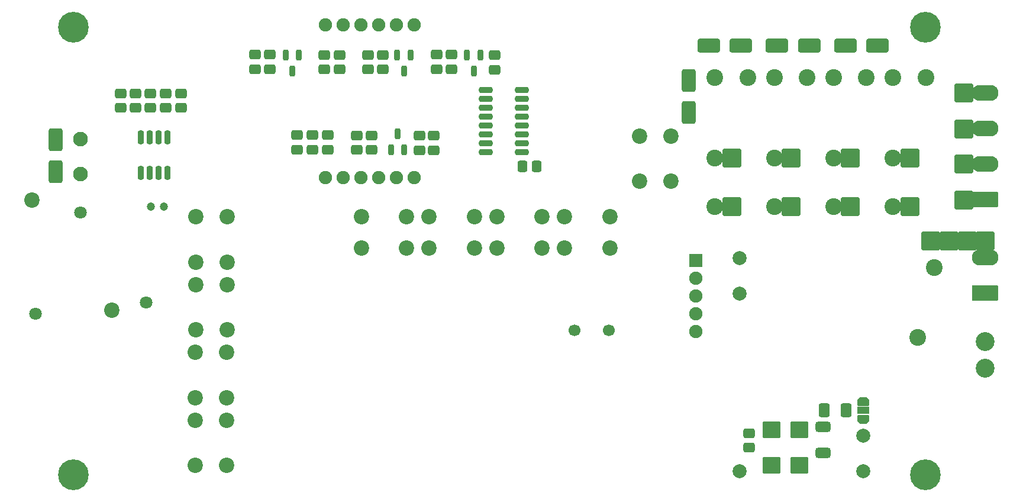
<source format=gbs>
%TF.GenerationSoftware,KiCad,Pcbnew,8.0.1*%
%TF.CreationDate,2025-05-08T07:16:34+02:00*%
%TF.ProjectId,prj-gardmer-mb-v2,70726a2d-6761-4726-946d-65722d6d622d,rev?*%
%TF.SameCoordinates,PX4fa1be0PY7872f60*%
%TF.FileFunction,Soldermask,Bot*%
%TF.FilePolarity,Negative*%
%FSLAX46Y46*%
G04 Gerber Fmt 4.6, Leading zero omitted, Abs format (unit mm)*
G04 Created by KiCad (PCBNEW 8.0.1) date 2025-05-08 07:16:34*
%MOMM*%
%LPD*%
G01*
G04 APERTURE LIST*
G04 Aperture macros list*
%AMRoundRect*
0 Rectangle with rounded corners*
0 $1 Rounding radius*
0 $2 $3 $4 $5 $6 $7 $8 $9 X,Y pos of 4 corners*
0 Add a 4 corners polygon primitive as box body*
4,1,4,$2,$3,$4,$5,$6,$7,$8,$9,$2,$3,0*
0 Add four circle primitives for the rounded corners*
1,1,$1+$1,$2,$3*
1,1,$1+$1,$4,$5*
1,1,$1+$1,$6,$7*
1,1,$1+$1,$8,$9*
0 Add four rect primitives between the rounded corners*
20,1,$1+$1,$2,$3,$4,$5,0*
20,1,$1+$1,$4,$5,$6,$7,0*
20,1,$1+$1,$6,$7,$8,$9,0*
20,1,$1+$1,$8,$9,$2,$3,0*%
%AMFreePoly0*
4,1,38,0.608779,0.830902,0.645106,0.780902,0.650000,0.750000,0.650000,-0.750000,0.630902,-0.808779,0.580902,-0.845106,0.550000,-0.850000,0.000000,-0.850000,-0.015663,-0.844911,-0.071157,-0.844911,-0.099330,-0.840860,-0.235881,-0.800765,-0.261772,-0.788941,-0.381494,-0.712000,-0.403005,-0.693361,-0.496202,-0.585806,-0.511590,-0.561861,-0.570709,-0.432407,-0.578728,-0.405098,-0.598982,-0.264232,
-0.600000,-0.250000,-0.600000,0.250000,-0.598982,0.264232,-0.578728,0.405098,-0.570709,0.432407,-0.511590,0.561861,-0.496202,0.585806,-0.403005,0.693361,-0.381494,0.712000,-0.261772,0.788941,-0.235881,0.800765,-0.099330,0.840860,-0.071157,0.844911,-0.031170,0.844911,-0.030902,0.845106,0.000000,0.850000,0.550000,0.850000,0.608779,0.830902,0.608779,0.830902,$1*%
%AMFreePoly1*
4,1,38,0.015663,0.844911,0.071157,0.844911,0.099330,0.840860,0.235881,0.800765,0.261772,0.788941,0.381494,0.712000,0.403005,0.693361,0.496202,0.585806,0.511590,0.561861,0.570709,0.432407,0.578728,0.405098,0.598982,0.264232,0.600000,0.250000,0.600000,-0.250000,0.598982,-0.264232,0.578728,-0.405098,0.570709,-0.432407,0.511590,-0.561861,0.496202,-0.585806,0.403005,-0.693361,
0.381494,-0.712000,0.261772,-0.788941,0.235881,-0.800765,0.099330,-0.840860,0.071157,-0.844911,0.031170,-0.844911,0.030902,-0.845106,0.000000,-0.850000,-0.550000,-0.850000,-0.608779,-0.830902,-0.645106,-0.780902,-0.650000,-0.750000,-0.650000,0.750000,-0.630902,0.808779,-0.580902,0.845106,-0.550000,0.850000,0.000000,0.850000,0.015663,0.844911,0.015663,0.844911,$1*%
G04 Aperture macros list end*
%ADD10C,2.200000*%
%ADD11RoundRect,0.274038X1.625962X-0.865962X1.625962X0.865962X-1.625962X0.865962X-1.625962X-0.865962X0*%
%ADD12O,3.800000X2.280000*%
%ADD13C,2.400000*%
%ADD14C,1.800000*%
%ADD15RoundRect,0.100000X-0.850000X-0.850000X0.850000X-0.850000X0.850000X0.850000X-0.850000X0.850000X0*%
%ADD16O,1.900000X1.900000*%
%ADD17C,1.700000*%
%ADD18C,4.400000*%
%ADD19C,2.100000*%
%ADD20C,1.900000*%
%ADD21C,2.700000*%
%ADD22C,2.000000*%
%ADD23RoundRect,0.270000X1.080000X1.080000X-1.080000X1.080000X-1.080000X-1.080000X1.080000X-1.080000X0*%
%ADD24RoundRect,0.292553X0.532447X-0.394947X0.532447X0.394947X-0.532447X0.394947X-0.532447X-0.394947X0*%
%ADD25RoundRect,0.200000X0.200000X-0.562500X0.200000X0.562500X-0.200000X0.562500X-0.200000X-0.562500X0*%
%ADD26RoundRect,0.292553X-0.394947X-0.532447X0.394947X-0.532447X0.394947X0.532447X-0.394947X0.532447X0*%
%ADD27FreePoly0,270.000000*%
%ADD28RoundRect,0.100000X-0.750000X0.425000X-0.750000X-0.425000X0.750000X-0.425000X0.750000X0.425000X0*%
%ADD29FreePoly1,270.000000*%
%ADD30RoundRect,0.292553X-0.532447X0.394947X-0.532447X-0.394947X0.532447X-0.394947X0.532447X0.394947X0*%
%ADD31RoundRect,0.200000X0.200000X-0.775000X0.200000X0.775000X-0.200000X0.775000X-0.200000X-0.775000X0*%
%ADD32RoundRect,0.277778X0.722222X-1.322222X0.722222X1.322222X-0.722222X1.322222X-0.722222X-1.322222X0*%
%ADD33RoundRect,0.200000X-0.200000X0.562500X-0.200000X-0.562500X0.200000X-0.562500X0.200000X0.562500X0*%
%ADD34RoundRect,0.287735X0.474765X0.712265X-0.474765X0.712265X-0.474765X-0.712265X0.474765X-0.712265X0*%
%ADD35RoundRect,0.277778X-1.322222X-0.722222X1.322222X-0.722222X1.322222X0.722222X-1.322222X0.722222X0*%
%ADD36RoundRect,0.272222X-1.002778X0.952778X-1.002778X-0.952778X1.002778X-0.952778X1.002778X0.952778X0*%
%ADD37RoundRect,0.277778X-0.722222X1.322222X-0.722222X-1.322222X0.722222X-1.322222X0.722222X1.322222X0*%
%ADD38C,1.200000*%
%ADD39RoundRect,0.362500X-0.737500X0.362500X-0.737500X-0.362500X0.737500X-0.362500X0.737500X0.362500X0*%
%ADD40RoundRect,0.200000X-0.775000X-0.200000X0.775000X-0.200000X0.775000X0.200000X-0.775000X0.200000X0*%
G04 APERTURE END LIST*
D10*
%TO.C,SW5*%
X64600000Y40400000D03*
X71100000Y40400000D03*
X64600000Y35900000D03*
X71100000Y35900000D03*
%TD*%
%TO.C,SW7*%
X21500000Y24200000D03*
X21500000Y30700000D03*
X26000000Y24200000D03*
X26000000Y30700000D03*
%TD*%
D11*
%TO.C,J2*%
X134500000Y29450000D03*
D12*
X134500000Y34530000D03*
%TD*%
D13*
%TO.C,K4*%
X100500000Y60300000D03*
X95800000Y60300000D03*
X95800000Y48800000D03*
X95800000Y41800000D03*
%TD*%
D14*
%TO.C,BT1*%
X14394371Y28122127D03*
X-1402505Y26471765D03*
X5048585Y40985497D03*
D10*
X-1905712Y42731279D03*
X9526712Y26995898D03*
%TD*%
D15*
%TO.C,J1*%
X93100000Y34130000D03*
D16*
X93100000Y31590000D03*
X93100000Y29050000D03*
X93100000Y26510000D03*
X93100000Y23970000D03*
%TD*%
D17*
%TO.C,Y1*%
X80600000Y24150000D03*
X75720000Y24150000D03*
%TD*%
D13*
%TO.C,K3*%
X109000000Y60300000D03*
X104300000Y60300000D03*
X104300000Y48800000D03*
X104300000Y41800000D03*
%TD*%
D10*
%TO.C,SW4*%
X45200000Y40400000D03*
X51700000Y40400000D03*
X45200000Y35900000D03*
X51700000Y35900000D03*
%TD*%
D13*
%TO.C,RV1*%
X127200000Y33100000D03*
X124850000Y23100000D03*
%TD*%
D18*
%TO.C,MH3*%
X4000000Y3500000D03*
%TD*%
D19*
%TO.C,BZ1*%
X5000000Y46500000D03*
X5000000Y51500000D03*
%TD*%
D10*
%TO.C,SW9*%
X21450000Y4800000D03*
X21450000Y11300000D03*
X25950000Y4800000D03*
X25950000Y11300000D03*
%TD*%
D13*
%TO.C,K2*%
X117500000Y60300000D03*
X112800000Y60300000D03*
X112800000Y48800000D03*
X112800000Y41800000D03*
%TD*%
D18*
%TO.C,MH2*%
X125900000Y67500000D03*
%TD*%
D13*
%TO.C,K1*%
X126000000Y60300000D03*
X121300000Y60300000D03*
X121300000Y48800000D03*
X121300000Y41800000D03*
%TD*%
D20*
%TO.C,U7*%
X40100000Y45956000D03*
X42640000Y45956000D03*
X45180000Y45956000D03*
X47720000Y45956000D03*
X50260000Y45956000D03*
X52800000Y45956000D03*
X52800000Y67800000D03*
X50260000Y67800000D03*
X47720000Y67800000D03*
X45180000Y67800000D03*
X42640000Y67800000D03*
X40100000Y67800000D03*
%TD*%
D11*
%TO.C,J3*%
X134500000Y42850000D03*
D12*
X134500000Y47930000D03*
X134500000Y53010000D03*
X134500000Y58090000D03*
%TD*%
D21*
%TO.C,J4*%
X134500000Y18700000D03*
X134500000Y22500000D03*
%TD*%
D10*
%TO.C,SW2*%
X74300000Y40400000D03*
X80800000Y40400000D03*
X74300000Y35900000D03*
X80800000Y35900000D03*
%TD*%
%TO.C,SW8*%
X21450000Y14500000D03*
X21450000Y21000000D03*
X25950000Y14500000D03*
X25950000Y21000000D03*
%TD*%
%TO.C,SW3*%
X54900000Y40400000D03*
X61400000Y40400000D03*
X54900000Y35900000D03*
X61400000Y35900000D03*
%TD*%
D18*
%TO.C,MH4*%
X125900000Y3500000D03*
%TD*%
D10*
%TO.C,SW1*%
X85050000Y45450000D03*
X85050000Y51950000D03*
X89550000Y45450000D03*
X89550000Y51950000D03*
%TD*%
D22*
%TO.C,PS1*%
X99300000Y34500000D03*
X99300000Y29400000D03*
X117000000Y9100000D03*
X117000000Y4000000D03*
X99300000Y4000000D03*
%TD*%
D10*
%TO.C,SW6*%
X21500000Y33900000D03*
X21500000Y40400000D03*
X26000000Y33900000D03*
X26000000Y40400000D03*
%TD*%
D18*
%TO.C,MH1*%
X4000000Y67500000D03*
%TD*%
D23*
%TO.C,TP17*%
X131400000Y47900000D03*
%TD*%
D24*
%TO.C,R40*%
X39900000Y61462500D03*
X39900000Y63537500D03*
%TD*%
D23*
%TO.C,TP3*%
X129300000Y36900000D03*
%TD*%
D24*
%TO.C,R36*%
X30000000Y61500000D03*
X30000000Y63575000D03*
%TD*%
D25*
%TO.C,Q8*%
X51350000Y49962500D03*
X50400000Y52237500D03*
X49450000Y49962500D03*
%TD*%
D24*
%TO.C,R45*%
X42100000Y61462500D03*
X42100000Y63537500D03*
%TD*%
D26*
%TO.C,C19*%
X68262500Y47600000D03*
X70337500Y47600000D03*
%TD*%
D23*
%TO.C,TP5*%
X123700000Y41800000D03*
%TD*%
D27*
%TO.C,JP1*%
X117000000Y14000000D03*
D28*
X117000000Y12700000D03*
D29*
X117000000Y11400000D03*
%TD*%
D23*
%TO.C,TP18*%
X131400000Y42800000D03*
%TD*%
%TO.C,TP7*%
X106700000Y41800000D03*
%TD*%
D30*
%TO.C,R39*%
X55600000Y51975000D03*
X55600000Y49900000D03*
%TD*%
D24*
%TO.C,R55*%
X17200000Y55962500D03*
X17200000Y58037500D03*
%TD*%
%TO.C,R32*%
X32100000Y61500000D03*
X32100000Y63575000D03*
%TD*%
D23*
%TO.C,TP14*%
X98200000Y48800000D03*
%TD*%
D30*
%TO.C,R35*%
X53500000Y51975000D03*
X53500000Y49900000D03*
%TD*%
D31*
%TO.C,U2*%
X17505000Y46625000D03*
X16235000Y46625000D03*
X14965000Y46625000D03*
X13695000Y46625000D03*
X13695000Y51775000D03*
X14965000Y51775000D03*
X16235000Y51775000D03*
X17505000Y51775000D03*
%TD*%
D32*
%TO.C,D15*%
X1500000Y46800000D03*
X1500000Y51400000D03*
%TD*%
D33*
%TO.C,Q5*%
X34400000Y63537500D03*
X35350000Y61262500D03*
X36300000Y63537500D03*
%TD*%
D30*
%TO.C,R3*%
X12900000Y58037500D03*
X12900000Y55962500D03*
%TD*%
D23*
%TO.C,TP4*%
X126700000Y36900000D03*
%TD*%
%TO.C,TP8*%
X98200000Y41800000D03*
%TD*%
%TO.C,TP6*%
X115200000Y41800000D03*
%TD*%
D34*
%TO.C,F1*%
X114562500Y12700000D03*
X111437500Y12700000D03*
%TD*%
D23*
%TO.C,TP12*%
X115200000Y48800000D03*
%TD*%
D30*
%TO.C,R44*%
X36000000Y52075000D03*
X36000000Y50000000D03*
%TD*%
D35*
%TO.C,D1*%
X114500000Y64900000D03*
X119100000Y64900000D03*
%TD*%
D33*
%TO.C,Q7*%
X60350000Y63475000D03*
X61300000Y61200000D03*
X62250000Y63475000D03*
%TD*%
D24*
%TO.C,R41*%
X64300000Y61400000D03*
X64300000Y63475000D03*
%TD*%
D23*
%TO.C,TP15*%
X131400000Y58100000D03*
%TD*%
D35*
%TO.C,D2*%
X104700000Y64900000D03*
X109300000Y64900000D03*
%TD*%
D33*
%TO.C,Q6*%
X50350000Y63500000D03*
X51300000Y61225000D03*
X52250000Y63500000D03*
%TD*%
D24*
%TO.C,R34*%
X58100000Y61500000D03*
X58100000Y63575000D03*
%TD*%
%TO.C,R38*%
X56000000Y61500000D03*
X56000000Y63575000D03*
%TD*%
D30*
%TO.C,C21*%
X100700000Y9437500D03*
X100700000Y7362500D03*
%TD*%
D23*
%TO.C,TP2*%
X131900000Y36900000D03*
%TD*%
D30*
%TO.C,R47*%
X40400000Y52075000D03*
X40400000Y50000000D03*
%TD*%
D35*
%TO.C,D3*%
X94900000Y64900000D03*
X99500000Y64900000D03*
%TD*%
D23*
%TO.C,TP1*%
X134500000Y36900000D03*
%TD*%
D36*
%TO.C,C23*%
X103900000Y9950000D03*
X103900000Y4850000D03*
%TD*%
D24*
%TO.C,R37*%
X46200000Y61462500D03*
X46200000Y63537500D03*
%TD*%
D37*
%TO.C,D4*%
X92100000Y59900000D03*
X92100000Y55300000D03*
%TD*%
D30*
%TO.C,R46*%
X46700000Y52037500D03*
X46700000Y49962500D03*
%TD*%
%TO.C,R43*%
X38200000Y52075000D03*
X38200000Y50000000D03*
%TD*%
D38*
%TO.C,Y2*%
X17000000Y41800000D03*
X15100000Y41800000D03*
%TD*%
D23*
%TO.C,TP13*%
X106700000Y48800000D03*
%TD*%
%TO.C,TP11*%
X123700000Y48800000D03*
%TD*%
%TO.C,TP16*%
X131400000Y52900000D03*
%TD*%
D30*
%TO.C,R42*%
X44600000Y52037500D03*
X44600000Y49962500D03*
%TD*%
D39*
%TO.C,D16*%
X111300000Y10350000D03*
X111300000Y6600000D03*
%TD*%
D24*
%TO.C,C4*%
X19400000Y55962500D03*
X19400000Y58037500D03*
%TD*%
%TO.C,R33*%
X48300000Y61462500D03*
X48300000Y63537500D03*
%TD*%
D30*
%TO.C,R54*%
X15000000Y58037500D03*
X15000000Y55962500D03*
%TD*%
%TO.C,R4*%
X10800000Y58037500D03*
X10800000Y55962500D03*
%TD*%
D40*
%TO.C,U8*%
X63025000Y49655000D03*
X63025000Y50925000D03*
X63025000Y52195000D03*
X63025000Y53465000D03*
X63025000Y54735000D03*
X63025000Y56005000D03*
X63025000Y57275000D03*
X63025000Y58545000D03*
X68175000Y58545000D03*
X68175000Y57275000D03*
X68175000Y56005000D03*
X68175000Y54735000D03*
X68175000Y53465000D03*
X68175000Y52195000D03*
X68175000Y50925000D03*
X68175000Y49655000D03*
%TD*%
D36*
%TO.C,C20*%
X107900000Y9950000D03*
X107900000Y4850000D03*
%TD*%
M02*

</source>
